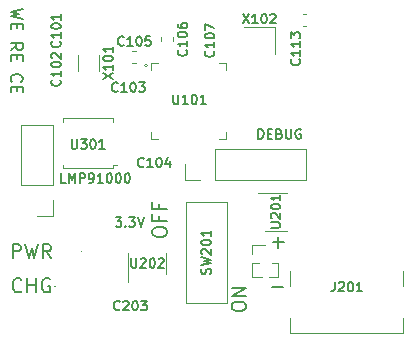
<source format=gto>
G04 #@! TF.GenerationSoftware,KiCad,Pcbnew,(5.1.6)-1*
G04 #@! TF.CreationDate,2021-04-21T10:38:01+02:00*
G04 #@! TF.ProjectId,LactateStat_v1,4c616374-6174-4655-9374-61745f76312e,rev?*
G04 #@! TF.SameCoordinates,Original*
G04 #@! TF.FileFunction,Legend,Top*
G04 #@! TF.FilePolarity,Positive*
%FSLAX46Y46*%
G04 Gerber Fmt 4.6, Leading zero omitted, Abs format (unit mm)*
G04 Created by KiCad (PCBNEW (5.1.6)-1) date 2021-04-21 10:38:01*
%MOMM*%
%LPD*%
G01*
G04 APERTURE LIST*
%ADD10C,0.150000*%
%ADD11C,0.160000*%
%ADD12C,0.180000*%
%ADD13C,0.100000*%
G04 APERTURE END LIST*
D10*
X144385714Y-96861904D02*
X144004761Y-96861904D01*
X144004761Y-96061904D01*
X144652380Y-96861904D02*
X144652380Y-96061904D01*
X144919047Y-96633333D01*
X145185714Y-96061904D01*
X145185714Y-96861904D01*
X145566666Y-96861904D02*
X145566666Y-96061904D01*
X145871428Y-96061904D01*
X145947619Y-96100000D01*
X145985714Y-96138095D01*
X146023809Y-96214285D01*
X146023809Y-96328571D01*
X145985714Y-96404761D01*
X145947619Y-96442857D01*
X145871428Y-96480952D01*
X145566666Y-96480952D01*
X146404761Y-96861904D02*
X146557142Y-96861904D01*
X146633333Y-96823809D01*
X146671428Y-96785714D01*
X146747619Y-96671428D01*
X146785714Y-96519047D01*
X146785714Y-96214285D01*
X146747619Y-96138095D01*
X146709523Y-96100000D01*
X146633333Y-96061904D01*
X146480952Y-96061904D01*
X146404761Y-96100000D01*
X146366666Y-96138095D01*
X146328571Y-96214285D01*
X146328571Y-96404761D01*
X146366666Y-96480952D01*
X146404761Y-96519047D01*
X146480952Y-96557142D01*
X146633333Y-96557142D01*
X146709523Y-96519047D01*
X146747619Y-96480952D01*
X146785714Y-96404761D01*
X147547619Y-96861904D02*
X147090476Y-96861904D01*
X147319047Y-96861904D02*
X147319047Y-96061904D01*
X147242857Y-96176190D01*
X147166666Y-96252380D01*
X147090476Y-96290476D01*
X148042857Y-96061904D02*
X148119047Y-96061904D01*
X148195238Y-96100000D01*
X148233333Y-96138095D01*
X148271428Y-96214285D01*
X148309523Y-96366666D01*
X148309523Y-96557142D01*
X148271428Y-96709523D01*
X148233333Y-96785714D01*
X148195238Y-96823809D01*
X148119047Y-96861904D01*
X148042857Y-96861904D01*
X147966666Y-96823809D01*
X147928571Y-96785714D01*
X147890476Y-96709523D01*
X147852380Y-96557142D01*
X147852380Y-96366666D01*
X147890476Y-96214285D01*
X147928571Y-96138095D01*
X147966666Y-96100000D01*
X148042857Y-96061904D01*
X148804761Y-96061904D02*
X148880952Y-96061904D01*
X148957142Y-96100000D01*
X148995238Y-96138095D01*
X149033333Y-96214285D01*
X149071428Y-96366666D01*
X149071428Y-96557142D01*
X149033333Y-96709523D01*
X148995238Y-96785714D01*
X148957142Y-96823809D01*
X148880952Y-96861904D01*
X148804761Y-96861904D01*
X148728571Y-96823809D01*
X148690476Y-96785714D01*
X148652380Y-96709523D01*
X148614285Y-96557142D01*
X148614285Y-96366666D01*
X148652380Y-96214285D01*
X148690476Y-96138095D01*
X148728571Y-96100000D01*
X148804761Y-96061904D01*
X149566666Y-96061904D02*
X149642857Y-96061904D01*
X149719047Y-96100000D01*
X149757142Y-96138095D01*
X149795238Y-96214285D01*
X149833333Y-96366666D01*
X149833333Y-96557142D01*
X149795238Y-96709523D01*
X149757142Y-96785714D01*
X149719047Y-96823809D01*
X149642857Y-96861904D01*
X149566666Y-96861904D01*
X149490476Y-96823809D01*
X149452380Y-96785714D01*
X149414285Y-96709523D01*
X149376190Y-96557142D01*
X149376190Y-96366666D01*
X149414285Y-96214285D01*
X149452380Y-96138095D01*
X149490476Y-96100000D01*
X149566666Y-96061904D01*
D11*
X140747619Y-82152380D02*
X139747619Y-82390476D01*
X140461904Y-82580952D01*
X139747619Y-82771428D01*
X140747619Y-83009523D01*
X140271428Y-83390476D02*
X140271428Y-83723809D01*
X139747619Y-83866666D02*
X139747619Y-83390476D01*
X140747619Y-83390476D01*
X140747619Y-83866666D01*
X139747619Y-85628571D02*
X140223809Y-85295238D01*
X139747619Y-85057142D02*
X140747619Y-85057142D01*
X140747619Y-85438095D01*
X140700000Y-85533333D01*
X140652380Y-85580952D01*
X140557142Y-85628571D01*
X140414285Y-85628571D01*
X140319047Y-85580952D01*
X140271428Y-85533333D01*
X140223809Y-85438095D01*
X140223809Y-85057142D01*
X140271428Y-86057142D02*
X140271428Y-86390476D01*
X139747619Y-86533333D02*
X139747619Y-86057142D01*
X140747619Y-86057142D01*
X140747619Y-86533333D01*
X139842857Y-88295238D02*
X139795238Y-88247619D01*
X139747619Y-88104761D01*
X139747619Y-88009523D01*
X139795238Y-87866666D01*
X139890476Y-87771428D01*
X139985714Y-87723809D01*
X140176190Y-87676190D01*
X140319047Y-87676190D01*
X140509523Y-87723809D01*
X140604761Y-87771428D01*
X140700000Y-87866666D01*
X140747619Y-88009523D01*
X140747619Y-88104761D01*
X140700000Y-88247619D01*
X140652380Y-88295238D01*
X140271428Y-88723809D02*
X140271428Y-89057142D01*
X139747619Y-89200000D02*
X139747619Y-88723809D01*
X140747619Y-88723809D01*
X140747619Y-89200000D01*
D12*
X140642857Y-106028571D02*
X140585714Y-106085714D01*
X140414285Y-106142857D01*
X140300000Y-106142857D01*
X140128571Y-106085714D01*
X140014285Y-105971428D01*
X139957142Y-105857142D01*
X139900000Y-105628571D01*
X139900000Y-105457142D01*
X139957142Y-105228571D01*
X140014285Y-105114285D01*
X140128571Y-105000000D01*
X140300000Y-104942857D01*
X140414285Y-104942857D01*
X140585714Y-105000000D01*
X140642857Y-105057142D01*
X141157142Y-106142857D02*
X141157142Y-104942857D01*
X141157142Y-105514285D02*
X141842857Y-105514285D01*
X141842857Y-106142857D02*
X141842857Y-104942857D01*
X143042857Y-105000000D02*
X142928571Y-104942857D01*
X142757142Y-104942857D01*
X142585714Y-105000000D01*
X142471428Y-105114285D01*
X142414285Y-105228571D01*
X142357142Y-105457142D01*
X142357142Y-105628571D01*
X142414285Y-105857142D01*
X142471428Y-105971428D01*
X142585714Y-106085714D01*
X142757142Y-106142857D01*
X142871428Y-106142857D01*
X143042857Y-106085714D01*
X143100000Y-106028571D01*
X143100000Y-105628571D01*
X142871428Y-105628571D01*
X139900000Y-103242857D02*
X139900000Y-102042857D01*
X140357142Y-102042857D01*
X140471428Y-102100000D01*
X140528571Y-102157142D01*
X140585714Y-102271428D01*
X140585714Y-102442857D01*
X140528571Y-102557142D01*
X140471428Y-102614285D01*
X140357142Y-102671428D01*
X139900000Y-102671428D01*
X140985714Y-102042857D02*
X141271428Y-103242857D01*
X141500000Y-102385714D01*
X141728571Y-103242857D01*
X142014285Y-102042857D01*
X143157142Y-103242857D02*
X142757142Y-102671428D01*
X142471428Y-103242857D02*
X142471428Y-102042857D01*
X142928571Y-102042857D01*
X143042857Y-102100000D01*
X143100000Y-102157142D01*
X143157142Y-102271428D01*
X143157142Y-102442857D01*
X143100000Y-102557142D01*
X143042857Y-102614285D01*
X142928571Y-102671428D01*
X142471428Y-102671428D01*
D10*
X160709523Y-93111904D02*
X160709523Y-92311904D01*
X160900000Y-92311904D01*
X161014285Y-92350000D01*
X161090476Y-92426190D01*
X161128571Y-92502380D01*
X161166666Y-92654761D01*
X161166666Y-92769047D01*
X161128571Y-92921428D01*
X161090476Y-92997619D01*
X161014285Y-93073809D01*
X160900000Y-93111904D01*
X160709523Y-93111904D01*
X161509523Y-92692857D02*
X161776190Y-92692857D01*
X161890476Y-93111904D02*
X161509523Y-93111904D01*
X161509523Y-92311904D01*
X161890476Y-92311904D01*
X162500000Y-92692857D02*
X162614285Y-92730952D01*
X162652380Y-92769047D01*
X162690476Y-92845238D01*
X162690476Y-92959523D01*
X162652380Y-93035714D01*
X162614285Y-93073809D01*
X162538095Y-93111904D01*
X162233333Y-93111904D01*
X162233333Y-92311904D01*
X162500000Y-92311904D01*
X162576190Y-92350000D01*
X162614285Y-92388095D01*
X162652380Y-92464285D01*
X162652380Y-92540476D01*
X162614285Y-92616666D01*
X162576190Y-92654761D01*
X162500000Y-92692857D01*
X162233333Y-92692857D01*
X163033333Y-92311904D02*
X163033333Y-92959523D01*
X163071428Y-93035714D01*
X163109523Y-93073809D01*
X163185714Y-93111904D01*
X163338095Y-93111904D01*
X163414285Y-93073809D01*
X163452380Y-93035714D01*
X163490476Y-92959523D01*
X163490476Y-92311904D01*
X164290476Y-92350000D02*
X164214285Y-92311904D01*
X164100000Y-92311904D01*
X163985714Y-92350000D01*
X163909523Y-92426190D01*
X163871428Y-92502380D01*
X163833333Y-92654761D01*
X163833333Y-92769047D01*
X163871428Y-92921428D01*
X163909523Y-92997619D01*
X163985714Y-93073809D01*
X164100000Y-93111904D01*
X164176190Y-93111904D01*
X164290476Y-93073809D01*
X164328571Y-93035714D01*
X164328571Y-92769047D01*
X164176190Y-92769047D01*
D12*
X161842857Y-105685714D02*
X162757142Y-105685714D01*
X161942857Y-101885714D02*
X162857142Y-101885714D01*
X162400000Y-102342857D02*
X162400000Y-101428571D01*
X158442857Y-107442857D02*
X158442857Y-107214285D01*
X158500000Y-107100000D01*
X158614285Y-106985714D01*
X158842857Y-106928571D01*
X159242857Y-106928571D01*
X159471428Y-106985714D01*
X159585714Y-107100000D01*
X159642857Y-107214285D01*
X159642857Y-107442857D01*
X159585714Y-107557142D01*
X159471428Y-107671428D01*
X159242857Y-107728571D01*
X158842857Y-107728571D01*
X158614285Y-107671428D01*
X158500000Y-107557142D01*
X158442857Y-107442857D01*
X159642857Y-106414285D02*
X158442857Y-106414285D01*
X159642857Y-105728571D01*
X158442857Y-105728571D01*
X151742857Y-101142857D02*
X151742857Y-100914285D01*
X151800000Y-100800000D01*
X151914285Y-100685714D01*
X152142857Y-100628571D01*
X152542857Y-100628571D01*
X152771428Y-100685714D01*
X152885714Y-100800000D01*
X152942857Y-100914285D01*
X152942857Y-101142857D01*
X152885714Y-101257142D01*
X152771428Y-101371428D01*
X152542857Y-101428571D01*
X152142857Y-101428571D01*
X151914285Y-101371428D01*
X151800000Y-101257142D01*
X151742857Y-101142857D01*
X152314285Y-99714285D02*
X152314285Y-100114285D01*
X152942857Y-100114285D02*
X151742857Y-100114285D01*
X151742857Y-99542857D01*
X152314285Y-98685714D02*
X152314285Y-99085714D01*
X152942857Y-99085714D02*
X151742857Y-99085714D01*
X151742857Y-98514285D01*
D10*
X148619047Y-99761904D02*
X149114285Y-99761904D01*
X148847619Y-100066666D01*
X148961904Y-100066666D01*
X149038095Y-100104761D01*
X149076190Y-100142857D01*
X149114285Y-100219047D01*
X149114285Y-100409523D01*
X149076190Y-100485714D01*
X149038095Y-100523809D01*
X148961904Y-100561904D01*
X148733333Y-100561904D01*
X148657142Y-100523809D01*
X148619047Y-100485714D01*
X149457142Y-100485714D02*
X149495238Y-100523809D01*
X149457142Y-100561904D01*
X149419047Y-100523809D01*
X149457142Y-100485714D01*
X149457142Y-100561904D01*
X149761904Y-99761904D02*
X150257142Y-99761904D01*
X149990476Y-100066666D01*
X150104761Y-100066666D01*
X150180952Y-100104761D01*
X150219047Y-100142857D01*
X150257142Y-100219047D01*
X150257142Y-100409523D01*
X150219047Y-100485714D01*
X150180952Y-100523809D01*
X150104761Y-100561904D01*
X149876190Y-100561904D01*
X149800000Y-100523809D01*
X149761904Y-100485714D01*
X150485714Y-99761904D02*
X150752380Y-100561904D01*
X151019047Y-99761904D01*
D13*
X145725000Y-102700000D02*
G75*
G03*
X145725000Y-102700000I-50000J0D01*
G01*
X143545000Y-105600000D02*
G75*
G03*
X143545000Y-105600000I-50000J0D01*
G01*
X150375279Y-85690000D02*
X150049721Y-85690000D01*
X150375279Y-86710000D02*
X150049721Y-86710000D01*
X152490000Y-84875279D02*
X152490000Y-84549721D01*
X153510000Y-84875279D02*
X153510000Y-84549721D01*
X164775279Y-83610000D02*
X164449721Y-83610000D01*
X164775279Y-82590000D02*
X164449721Y-82590000D01*
X151311001Y-86925000D02*
G75*
G03*
X151311001Y-86925000I-127000J0D01*
G01*
X151584001Y-92525000D02*
X151584001Y-93125000D01*
X151584001Y-93125000D02*
X152184001Y-93125000D01*
X157384001Y-93125000D02*
X157984001Y-93125000D01*
X157984001Y-93125000D02*
X157984001Y-92525000D01*
X157984001Y-87325000D02*
X157984001Y-86725000D01*
X157984001Y-86725000D02*
X157384001Y-86725000D01*
X152184001Y-86725000D02*
X151584001Y-86725000D01*
X151584001Y-86725000D02*
X151584001Y-87325000D01*
X147175000Y-86075000D02*
X147175000Y-87425000D01*
X145425000Y-86075000D02*
X145425000Y-87425000D01*
X162150000Y-83665000D02*
X159450000Y-83665000D01*
X162150000Y-85965000D02*
X162150000Y-83665000D01*
X154470000Y-96630000D02*
X154470000Y-95300000D01*
X155800000Y-96630000D02*
X154470000Y-96630000D01*
X157070000Y-96630000D02*
X157070000Y-93970000D01*
X157070000Y-93970000D02*
X164750000Y-93970000D01*
X157070000Y-96630000D02*
X164750000Y-96630000D01*
X164750000Y-96630000D02*
X164750000Y-93970000D01*
X172990000Y-104350000D02*
X172990000Y-105600000D01*
X163410000Y-104350000D02*
X163410000Y-105600000D01*
X172990000Y-109600000D02*
X172990000Y-108320000D01*
X163410000Y-109600000D02*
X172990000Y-109600000D01*
X163410000Y-108320000D02*
X163410000Y-109600000D01*
X160190000Y-102090000D02*
X161300000Y-102090000D01*
X160190000Y-102850000D02*
X160190000Y-102090000D01*
X161863471Y-103610000D02*
X162410000Y-103610000D01*
X160190000Y-103610000D02*
X160736529Y-103610000D01*
X162410000Y-103610000D02*
X162410000Y-104815000D01*
X160190000Y-103610000D02*
X160190000Y-104815000D01*
X161607530Y-104815000D02*
X162410000Y-104815000D01*
X160190000Y-104815000D02*
X160992470Y-104815000D01*
X143280000Y-99680000D02*
X141950000Y-99680000D01*
X143280000Y-98350000D02*
X143280000Y-99680000D01*
X143280000Y-97080000D02*
X140620000Y-97080000D01*
X140620000Y-97080000D02*
X140620000Y-91940000D01*
X143280000Y-97080000D02*
X143280000Y-91940000D01*
X143280000Y-91940000D02*
X140620000Y-91940000D01*
X154550000Y-98500000D02*
X158050000Y-98500000D01*
X154550000Y-107000000D02*
X154550000Y-98500000D01*
X158050000Y-107000000D02*
X154550000Y-107000000D01*
X158050000Y-98500000D02*
X158050000Y-107000000D01*
X161300000Y-100910000D02*
X163100000Y-100910000D01*
X163100000Y-97690000D02*
X160650000Y-97690000D01*
X149690000Y-102800000D02*
X149690000Y-105250000D01*
X152910000Y-104600000D02*
X152910000Y-102800000D01*
X144175000Y-95625000D02*
X148425000Y-95625000D01*
X144175000Y-95625000D02*
X144175000Y-95325000D01*
X148725000Y-95375000D02*
X148425000Y-95375000D01*
X148425000Y-95625000D02*
X148425000Y-95375000D01*
X144175000Y-91750000D02*
X144175000Y-91375000D01*
X144175000Y-91375000D02*
X148400000Y-91375000D01*
X148425000Y-91375000D02*
X148425000Y-91750000D01*
D10*
X143885714Y-84895238D02*
X143923809Y-84933333D01*
X143961904Y-85047619D01*
X143961904Y-85123809D01*
X143923809Y-85238095D01*
X143847619Y-85314285D01*
X143771428Y-85352380D01*
X143619047Y-85390476D01*
X143504761Y-85390476D01*
X143352380Y-85352380D01*
X143276190Y-85314285D01*
X143200000Y-85238095D01*
X143161904Y-85123809D01*
X143161904Y-85047619D01*
X143200000Y-84933333D01*
X143238095Y-84895238D01*
X143961904Y-84133333D02*
X143961904Y-84590476D01*
X143961904Y-84361904D02*
X143161904Y-84361904D01*
X143276190Y-84438095D01*
X143352380Y-84514285D01*
X143390476Y-84590476D01*
X143161904Y-83638095D02*
X143161904Y-83561904D01*
X143200000Y-83485714D01*
X143238095Y-83447619D01*
X143314285Y-83409523D01*
X143466666Y-83371428D01*
X143657142Y-83371428D01*
X143809523Y-83409523D01*
X143885714Y-83447619D01*
X143923809Y-83485714D01*
X143961904Y-83561904D01*
X143961904Y-83638095D01*
X143923809Y-83714285D01*
X143885714Y-83752380D01*
X143809523Y-83790476D01*
X143657142Y-83828571D01*
X143466666Y-83828571D01*
X143314285Y-83790476D01*
X143238095Y-83752380D01*
X143200000Y-83714285D01*
X143161904Y-83638095D01*
X143961904Y-82609523D02*
X143961904Y-83066666D01*
X143961904Y-82838095D02*
X143161904Y-82838095D01*
X143276190Y-82914285D01*
X143352380Y-82990476D01*
X143390476Y-83066666D01*
X143885714Y-88145238D02*
X143923809Y-88183333D01*
X143961904Y-88297619D01*
X143961904Y-88373809D01*
X143923809Y-88488095D01*
X143847619Y-88564285D01*
X143771428Y-88602380D01*
X143619047Y-88640476D01*
X143504761Y-88640476D01*
X143352380Y-88602380D01*
X143276190Y-88564285D01*
X143200000Y-88488095D01*
X143161904Y-88373809D01*
X143161904Y-88297619D01*
X143200000Y-88183333D01*
X143238095Y-88145238D01*
X143961904Y-87383333D02*
X143961904Y-87840476D01*
X143961904Y-87611904D02*
X143161904Y-87611904D01*
X143276190Y-87688095D01*
X143352380Y-87764285D01*
X143390476Y-87840476D01*
X143161904Y-86888095D02*
X143161904Y-86811904D01*
X143200000Y-86735714D01*
X143238095Y-86697619D01*
X143314285Y-86659523D01*
X143466666Y-86621428D01*
X143657142Y-86621428D01*
X143809523Y-86659523D01*
X143885714Y-86697619D01*
X143923809Y-86735714D01*
X143961904Y-86811904D01*
X143961904Y-86888095D01*
X143923809Y-86964285D01*
X143885714Y-87002380D01*
X143809523Y-87040476D01*
X143657142Y-87078571D01*
X143466666Y-87078571D01*
X143314285Y-87040476D01*
X143238095Y-87002380D01*
X143200000Y-86964285D01*
X143161904Y-86888095D01*
X143238095Y-86316666D02*
X143200000Y-86278571D01*
X143161904Y-86202380D01*
X143161904Y-86011904D01*
X143200000Y-85935714D01*
X143238095Y-85897619D01*
X143314285Y-85859523D01*
X143390476Y-85859523D01*
X143504761Y-85897619D01*
X143961904Y-86354761D01*
X143961904Y-85859523D01*
X148804761Y-89085714D02*
X148766666Y-89123809D01*
X148652380Y-89161904D01*
X148576190Y-89161904D01*
X148461904Y-89123809D01*
X148385714Y-89047619D01*
X148347619Y-88971428D01*
X148309523Y-88819047D01*
X148309523Y-88704761D01*
X148347619Y-88552380D01*
X148385714Y-88476190D01*
X148461904Y-88400000D01*
X148576190Y-88361904D01*
X148652380Y-88361904D01*
X148766666Y-88400000D01*
X148804761Y-88438095D01*
X149566666Y-89161904D02*
X149109523Y-89161904D01*
X149338095Y-89161904D02*
X149338095Y-88361904D01*
X149261904Y-88476190D01*
X149185714Y-88552380D01*
X149109523Y-88590476D01*
X150061904Y-88361904D02*
X150138095Y-88361904D01*
X150214285Y-88400000D01*
X150252380Y-88438095D01*
X150290476Y-88514285D01*
X150328571Y-88666666D01*
X150328571Y-88857142D01*
X150290476Y-89009523D01*
X150252380Y-89085714D01*
X150214285Y-89123809D01*
X150138095Y-89161904D01*
X150061904Y-89161904D01*
X149985714Y-89123809D01*
X149947619Y-89085714D01*
X149909523Y-89009523D01*
X149871428Y-88857142D01*
X149871428Y-88666666D01*
X149909523Y-88514285D01*
X149947619Y-88438095D01*
X149985714Y-88400000D01*
X150061904Y-88361904D01*
X150595238Y-88361904D02*
X151090476Y-88361904D01*
X150823809Y-88666666D01*
X150938095Y-88666666D01*
X151014285Y-88704761D01*
X151052380Y-88742857D01*
X151090476Y-88819047D01*
X151090476Y-89009523D01*
X151052380Y-89085714D01*
X151014285Y-89123809D01*
X150938095Y-89161904D01*
X150709523Y-89161904D01*
X150633333Y-89123809D01*
X150595238Y-89085714D01*
X151004761Y-95455714D02*
X150966666Y-95493809D01*
X150852380Y-95531904D01*
X150776190Y-95531904D01*
X150661904Y-95493809D01*
X150585714Y-95417619D01*
X150547619Y-95341428D01*
X150509523Y-95189047D01*
X150509523Y-95074761D01*
X150547619Y-94922380D01*
X150585714Y-94846190D01*
X150661904Y-94770000D01*
X150776190Y-94731904D01*
X150852380Y-94731904D01*
X150966666Y-94770000D01*
X151004761Y-94808095D01*
X151766666Y-95531904D02*
X151309523Y-95531904D01*
X151538095Y-95531904D02*
X151538095Y-94731904D01*
X151461904Y-94846190D01*
X151385714Y-94922380D01*
X151309523Y-94960476D01*
X152261904Y-94731904D02*
X152338095Y-94731904D01*
X152414285Y-94770000D01*
X152452380Y-94808095D01*
X152490476Y-94884285D01*
X152528571Y-95036666D01*
X152528571Y-95227142D01*
X152490476Y-95379523D01*
X152452380Y-95455714D01*
X152414285Y-95493809D01*
X152338095Y-95531904D01*
X152261904Y-95531904D01*
X152185714Y-95493809D01*
X152147619Y-95455714D01*
X152109523Y-95379523D01*
X152071428Y-95227142D01*
X152071428Y-95036666D01*
X152109523Y-94884285D01*
X152147619Y-94808095D01*
X152185714Y-94770000D01*
X152261904Y-94731904D01*
X153214285Y-94998571D02*
X153214285Y-95531904D01*
X153023809Y-94693809D02*
X152833333Y-95265238D01*
X153328571Y-95265238D01*
X149317261Y-85185714D02*
X149279166Y-85223809D01*
X149164880Y-85261904D01*
X149088690Y-85261904D01*
X148974404Y-85223809D01*
X148898214Y-85147619D01*
X148860119Y-85071428D01*
X148822023Y-84919047D01*
X148822023Y-84804761D01*
X148860119Y-84652380D01*
X148898214Y-84576190D01*
X148974404Y-84500000D01*
X149088690Y-84461904D01*
X149164880Y-84461904D01*
X149279166Y-84500000D01*
X149317261Y-84538095D01*
X150079166Y-85261904D02*
X149622023Y-85261904D01*
X149850595Y-85261904D02*
X149850595Y-84461904D01*
X149774404Y-84576190D01*
X149698214Y-84652380D01*
X149622023Y-84690476D01*
X150574404Y-84461904D02*
X150650595Y-84461904D01*
X150726785Y-84500000D01*
X150764880Y-84538095D01*
X150802976Y-84614285D01*
X150841071Y-84766666D01*
X150841071Y-84957142D01*
X150802976Y-85109523D01*
X150764880Y-85185714D01*
X150726785Y-85223809D01*
X150650595Y-85261904D01*
X150574404Y-85261904D01*
X150498214Y-85223809D01*
X150460119Y-85185714D01*
X150422023Y-85109523D01*
X150383928Y-84957142D01*
X150383928Y-84766666D01*
X150422023Y-84614285D01*
X150460119Y-84538095D01*
X150498214Y-84500000D01*
X150574404Y-84461904D01*
X151564880Y-84461904D02*
X151183928Y-84461904D01*
X151145833Y-84842857D01*
X151183928Y-84804761D01*
X151260119Y-84766666D01*
X151450595Y-84766666D01*
X151526785Y-84804761D01*
X151564880Y-84842857D01*
X151602976Y-84919047D01*
X151602976Y-85109523D01*
X151564880Y-85185714D01*
X151526785Y-85223809D01*
X151450595Y-85261904D01*
X151260119Y-85261904D01*
X151183928Y-85223809D01*
X151145833Y-85185714D01*
X154585714Y-85607738D02*
X154623809Y-85645833D01*
X154661904Y-85760119D01*
X154661904Y-85836309D01*
X154623809Y-85950595D01*
X154547619Y-86026785D01*
X154471428Y-86064880D01*
X154319047Y-86102976D01*
X154204761Y-86102976D01*
X154052380Y-86064880D01*
X153976190Y-86026785D01*
X153900000Y-85950595D01*
X153861904Y-85836309D01*
X153861904Y-85760119D01*
X153900000Y-85645833D01*
X153938095Y-85607738D01*
X154661904Y-84845833D02*
X154661904Y-85302976D01*
X154661904Y-85074404D02*
X153861904Y-85074404D01*
X153976190Y-85150595D01*
X154052380Y-85226785D01*
X154090476Y-85302976D01*
X153861904Y-84350595D02*
X153861904Y-84274404D01*
X153900000Y-84198214D01*
X153938095Y-84160119D01*
X154014285Y-84122023D01*
X154166666Y-84083928D01*
X154357142Y-84083928D01*
X154509523Y-84122023D01*
X154585714Y-84160119D01*
X154623809Y-84198214D01*
X154661904Y-84274404D01*
X154661904Y-84350595D01*
X154623809Y-84426785D01*
X154585714Y-84464880D01*
X154509523Y-84502976D01*
X154357142Y-84541071D01*
X154166666Y-84541071D01*
X154014285Y-84502976D01*
X153938095Y-84464880D01*
X153900000Y-84426785D01*
X153861904Y-84350595D01*
X153861904Y-83398214D02*
X153861904Y-83550595D01*
X153900000Y-83626785D01*
X153938095Y-83664880D01*
X154052380Y-83741071D01*
X154204761Y-83779166D01*
X154509523Y-83779166D01*
X154585714Y-83741071D01*
X154623809Y-83702976D01*
X154661904Y-83626785D01*
X154661904Y-83474404D01*
X154623809Y-83398214D01*
X154585714Y-83360119D01*
X154509523Y-83322023D01*
X154319047Y-83322023D01*
X154242857Y-83360119D01*
X154204761Y-83398214D01*
X154166666Y-83474404D01*
X154166666Y-83626785D01*
X154204761Y-83702976D01*
X154242857Y-83741071D01*
X154319047Y-83779166D01*
X156915714Y-85710238D02*
X156953809Y-85748333D01*
X156991904Y-85862619D01*
X156991904Y-85938809D01*
X156953809Y-86053095D01*
X156877619Y-86129285D01*
X156801428Y-86167380D01*
X156649047Y-86205476D01*
X156534761Y-86205476D01*
X156382380Y-86167380D01*
X156306190Y-86129285D01*
X156230000Y-86053095D01*
X156191904Y-85938809D01*
X156191904Y-85862619D01*
X156230000Y-85748333D01*
X156268095Y-85710238D01*
X156991904Y-84948333D02*
X156991904Y-85405476D01*
X156991904Y-85176904D02*
X156191904Y-85176904D01*
X156306190Y-85253095D01*
X156382380Y-85329285D01*
X156420476Y-85405476D01*
X156191904Y-84453095D02*
X156191904Y-84376904D01*
X156230000Y-84300714D01*
X156268095Y-84262619D01*
X156344285Y-84224523D01*
X156496666Y-84186428D01*
X156687142Y-84186428D01*
X156839523Y-84224523D01*
X156915714Y-84262619D01*
X156953809Y-84300714D01*
X156991904Y-84376904D01*
X156991904Y-84453095D01*
X156953809Y-84529285D01*
X156915714Y-84567380D01*
X156839523Y-84605476D01*
X156687142Y-84643571D01*
X156496666Y-84643571D01*
X156344285Y-84605476D01*
X156268095Y-84567380D01*
X156230000Y-84529285D01*
X156191904Y-84453095D01*
X156191904Y-83919761D02*
X156191904Y-83386428D01*
X156991904Y-83729285D01*
X164185714Y-86395238D02*
X164223809Y-86433333D01*
X164261904Y-86547619D01*
X164261904Y-86623809D01*
X164223809Y-86738095D01*
X164147619Y-86814285D01*
X164071428Y-86852380D01*
X163919047Y-86890476D01*
X163804761Y-86890476D01*
X163652380Y-86852380D01*
X163576190Y-86814285D01*
X163500000Y-86738095D01*
X163461904Y-86623809D01*
X163461904Y-86547619D01*
X163500000Y-86433333D01*
X163538095Y-86395238D01*
X164261904Y-85633333D02*
X164261904Y-86090476D01*
X164261904Y-85861904D02*
X163461904Y-85861904D01*
X163576190Y-85938095D01*
X163652380Y-86014285D01*
X163690476Y-86090476D01*
X164261904Y-84871428D02*
X164261904Y-85328571D01*
X164261904Y-85100000D02*
X163461904Y-85100000D01*
X163576190Y-85176190D01*
X163652380Y-85252380D01*
X163690476Y-85328571D01*
X163461904Y-84604761D02*
X163461904Y-84109523D01*
X163766666Y-84376190D01*
X163766666Y-84261904D01*
X163804761Y-84185714D01*
X163842857Y-84147619D01*
X163919047Y-84109523D01*
X164109523Y-84109523D01*
X164185714Y-84147619D01*
X164223809Y-84185714D01*
X164261904Y-84261904D01*
X164261904Y-84490476D01*
X164223809Y-84566666D01*
X164185714Y-84604761D01*
X153487976Y-89386904D02*
X153487976Y-90034523D01*
X153526071Y-90110714D01*
X153564166Y-90148809D01*
X153640357Y-90186904D01*
X153792738Y-90186904D01*
X153868928Y-90148809D01*
X153907023Y-90110714D01*
X153945119Y-90034523D01*
X153945119Y-89386904D01*
X154745119Y-90186904D02*
X154287976Y-90186904D01*
X154516547Y-90186904D02*
X154516547Y-89386904D01*
X154440357Y-89501190D01*
X154364166Y-89577380D01*
X154287976Y-89615476D01*
X155240357Y-89386904D02*
X155316547Y-89386904D01*
X155392738Y-89425000D01*
X155430833Y-89463095D01*
X155468928Y-89539285D01*
X155507023Y-89691666D01*
X155507023Y-89882142D01*
X155468928Y-90034523D01*
X155430833Y-90110714D01*
X155392738Y-90148809D01*
X155316547Y-90186904D01*
X155240357Y-90186904D01*
X155164166Y-90148809D01*
X155126071Y-90110714D01*
X155087976Y-90034523D01*
X155049880Y-89882142D01*
X155049880Y-89691666D01*
X155087976Y-89539285D01*
X155126071Y-89463095D01*
X155164166Y-89425000D01*
X155240357Y-89386904D01*
X156268928Y-90186904D02*
X155811785Y-90186904D01*
X156040357Y-90186904D02*
X156040357Y-89386904D01*
X155964166Y-89501190D01*
X155887976Y-89577380D01*
X155811785Y-89615476D01*
X147561904Y-88109523D02*
X148361904Y-87576190D01*
X147561904Y-87576190D02*
X148361904Y-88109523D01*
X148361904Y-86852380D02*
X148361904Y-87309523D01*
X148361904Y-87080952D02*
X147561904Y-87080952D01*
X147676190Y-87157142D01*
X147752380Y-87233333D01*
X147790476Y-87309523D01*
X147561904Y-86357142D02*
X147561904Y-86280952D01*
X147600000Y-86204761D01*
X147638095Y-86166666D01*
X147714285Y-86128571D01*
X147866666Y-86090476D01*
X148057142Y-86090476D01*
X148209523Y-86128571D01*
X148285714Y-86166666D01*
X148323809Y-86204761D01*
X148361904Y-86280952D01*
X148361904Y-86357142D01*
X148323809Y-86433333D01*
X148285714Y-86471428D01*
X148209523Y-86509523D01*
X148057142Y-86547619D01*
X147866666Y-86547619D01*
X147714285Y-86509523D01*
X147638095Y-86471428D01*
X147600000Y-86433333D01*
X147561904Y-86357142D01*
X148361904Y-85328571D02*
X148361904Y-85785714D01*
X148361904Y-85557142D02*
X147561904Y-85557142D01*
X147676190Y-85633333D01*
X147752380Y-85709523D01*
X147790476Y-85785714D01*
X159390476Y-82561904D02*
X159923809Y-83361904D01*
X159923809Y-82561904D02*
X159390476Y-83361904D01*
X160647619Y-83361904D02*
X160190476Y-83361904D01*
X160419047Y-83361904D02*
X160419047Y-82561904D01*
X160342857Y-82676190D01*
X160266666Y-82752380D01*
X160190476Y-82790476D01*
X161142857Y-82561904D02*
X161219047Y-82561904D01*
X161295238Y-82600000D01*
X161333333Y-82638095D01*
X161371428Y-82714285D01*
X161409523Y-82866666D01*
X161409523Y-83057142D01*
X161371428Y-83209523D01*
X161333333Y-83285714D01*
X161295238Y-83323809D01*
X161219047Y-83361904D01*
X161142857Y-83361904D01*
X161066666Y-83323809D01*
X161028571Y-83285714D01*
X160990476Y-83209523D01*
X160952380Y-83057142D01*
X160952380Y-82866666D01*
X160990476Y-82714285D01*
X161028571Y-82638095D01*
X161066666Y-82600000D01*
X161142857Y-82561904D01*
X161714285Y-82638095D02*
X161752380Y-82600000D01*
X161828571Y-82561904D01*
X162019047Y-82561904D01*
X162095238Y-82600000D01*
X162133333Y-82638095D01*
X162171428Y-82714285D01*
X162171428Y-82790476D01*
X162133333Y-82904761D01*
X161676190Y-83361904D01*
X162171428Y-83361904D01*
X148954761Y-107585714D02*
X148916666Y-107623809D01*
X148802380Y-107661904D01*
X148726190Y-107661904D01*
X148611904Y-107623809D01*
X148535714Y-107547619D01*
X148497619Y-107471428D01*
X148459523Y-107319047D01*
X148459523Y-107204761D01*
X148497619Y-107052380D01*
X148535714Y-106976190D01*
X148611904Y-106900000D01*
X148726190Y-106861904D01*
X148802380Y-106861904D01*
X148916666Y-106900000D01*
X148954761Y-106938095D01*
X149259523Y-106938095D02*
X149297619Y-106900000D01*
X149373809Y-106861904D01*
X149564285Y-106861904D01*
X149640476Y-106900000D01*
X149678571Y-106938095D01*
X149716666Y-107014285D01*
X149716666Y-107090476D01*
X149678571Y-107204761D01*
X149221428Y-107661904D01*
X149716666Y-107661904D01*
X150211904Y-106861904D02*
X150288095Y-106861904D01*
X150364285Y-106900000D01*
X150402380Y-106938095D01*
X150440476Y-107014285D01*
X150478571Y-107166666D01*
X150478571Y-107357142D01*
X150440476Y-107509523D01*
X150402380Y-107585714D01*
X150364285Y-107623809D01*
X150288095Y-107661904D01*
X150211904Y-107661904D01*
X150135714Y-107623809D01*
X150097619Y-107585714D01*
X150059523Y-107509523D01*
X150021428Y-107357142D01*
X150021428Y-107166666D01*
X150059523Y-107014285D01*
X150097619Y-106938095D01*
X150135714Y-106900000D01*
X150211904Y-106861904D01*
X150745238Y-106861904D02*
X151240476Y-106861904D01*
X150973809Y-107166666D01*
X151088095Y-107166666D01*
X151164285Y-107204761D01*
X151202380Y-107242857D01*
X151240476Y-107319047D01*
X151240476Y-107509523D01*
X151202380Y-107585714D01*
X151164285Y-107623809D01*
X151088095Y-107661904D01*
X150859523Y-107661904D01*
X150783333Y-107623809D01*
X150745238Y-107585714D01*
X167171428Y-105261904D02*
X167171428Y-105833333D01*
X167133333Y-105947619D01*
X167057142Y-106023809D01*
X166942857Y-106061904D01*
X166866666Y-106061904D01*
X167514285Y-105338095D02*
X167552380Y-105300000D01*
X167628571Y-105261904D01*
X167819047Y-105261904D01*
X167895238Y-105300000D01*
X167933333Y-105338095D01*
X167971428Y-105414285D01*
X167971428Y-105490476D01*
X167933333Y-105604761D01*
X167476190Y-106061904D01*
X167971428Y-106061904D01*
X168466666Y-105261904D02*
X168542857Y-105261904D01*
X168619047Y-105300000D01*
X168657142Y-105338095D01*
X168695238Y-105414285D01*
X168733333Y-105566666D01*
X168733333Y-105757142D01*
X168695238Y-105909523D01*
X168657142Y-105985714D01*
X168619047Y-106023809D01*
X168542857Y-106061904D01*
X168466666Y-106061904D01*
X168390476Y-106023809D01*
X168352380Y-105985714D01*
X168314285Y-105909523D01*
X168276190Y-105757142D01*
X168276190Y-105566666D01*
X168314285Y-105414285D01*
X168352380Y-105338095D01*
X168390476Y-105300000D01*
X168466666Y-105261904D01*
X169495238Y-106061904D02*
X169038095Y-106061904D01*
X169266666Y-106061904D02*
X169266666Y-105261904D01*
X169190476Y-105376190D01*
X169114285Y-105452380D01*
X169038095Y-105490476D01*
X156623809Y-104578571D02*
X156661904Y-104464285D01*
X156661904Y-104273809D01*
X156623809Y-104197619D01*
X156585714Y-104159523D01*
X156509523Y-104121428D01*
X156433333Y-104121428D01*
X156357142Y-104159523D01*
X156319047Y-104197619D01*
X156280952Y-104273809D01*
X156242857Y-104426190D01*
X156204761Y-104502380D01*
X156166666Y-104540476D01*
X156090476Y-104578571D01*
X156014285Y-104578571D01*
X155938095Y-104540476D01*
X155900000Y-104502380D01*
X155861904Y-104426190D01*
X155861904Y-104235714D01*
X155900000Y-104121428D01*
X155861904Y-103854761D02*
X156661904Y-103664285D01*
X156090476Y-103511904D01*
X156661904Y-103359523D01*
X155861904Y-103169047D01*
X155938095Y-102902380D02*
X155900000Y-102864285D01*
X155861904Y-102788095D01*
X155861904Y-102597619D01*
X155900000Y-102521428D01*
X155938095Y-102483333D01*
X156014285Y-102445238D01*
X156090476Y-102445238D01*
X156204761Y-102483333D01*
X156661904Y-102940476D01*
X156661904Y-102445238D01*
X155861904Y-101950000D02*
X155861904Y-101873809D01*
X155900000Y-101797619D01*
X155938095Y-101759523D01*
X156014285Y-101721428D01*
X156166666Y-101683333D01*
X156357142Y-101683333D01*
X156509523Y-101721428D01*
X156585714Y-101759523D01*
X156623809Y-101797619D01*
X156661904Y-101873809D01*
X156661904Y-101950000D01*
X156623809Y-102026190D01*
X156585714Y-102064285D01*
X156509523Y-102102380D01*
X156357142Y-102140476D01*
X156166666Y-102140476D01*
X156014285Y-102102380D01*
X155938095Y-102064285D01*
X155900000Y-102026190D01*
X155861904Y-101950000D01*
X156661904Y-100921428D02*
X156661904Y-101378571D01*
X156661904Y-101150000D02*
X155861904Y-101150000D01*
X155976190Y-101226190D01*
X156052380Y-101302380D01*
X156090476Y-101378571D01*
X161761904Y-100671428D02*
X162409523Y-100671428D01*
X162485714Y-100633333D01*
X162523809Y-100595238D01*
X162561904Y-100519047D01*
X162561904Y-100366666D01*
X162523809Y-100290476D01*
X162485714Y-100252380D01*
X162409523Y-100214285D01*
X161761904Y-100214285D01*
X161838095Y-99871428D02*
X161800000Y-99833333D01*
X161761904Y-99757142D01*
X161761904Y-99566666D01*
X161800000Y-99490476D01*
X161838095Y-99452380D01*
X161914285Y-99414285D01*
X161990476Y-99414285D01*
X162104761Y-99452380D01*
X162561904Y-99909523D01*
X162561904Y-99414285D01*
X161761904Y-98919047D02*
X161761904Y-98842857D01*
X161800000Y-98766666D01*
X161838095Y-98728571D01*
X161914285Y-98690476D01*
X162066666Y-98652380D01*
X162257142Y-98652380D01*
X162409523Y-98690476D01*
X162485714Y-98728571D01*
X162523809Y-98766666D01*
X162561904Y-98842857D01*
X162561904Y-98919047D01*
X162523809Y-98995238D01*
X162485714Y-99033333D01*
X162409523Y-99071428D01*
X162257142Y-99109523D01*
X162066666Y-99109523D01*
X161914285Y-99071428D01*
X161838095Y-99033333D01*
X161800000Y-98995238D01*
X161761904Y-98919047D01*
X162561904Y-97890476D02*
X162561904Y-98347619D01*
X162561904Y-98119047D02*
X161761904Y-98119047D01*
X161876190Y-98195238D01*
X161952380Y-98271428D01*
X161990476Y-98347619D01*
X149928571Y-103261904D02*
X149928571Y-103909523D01*
X149966666Y-103985714D01*
X150004761Y-104023809D01*
X150080952Y-104061904D01*
X150233333Y-104061904D01*
X150309523Y-104023809D01*
X150347619Y-103985714D01*
X150385714Y-103909523D01*
X150385714Y-103261904D01*
X150728571Y-103338095D02*
X150766666Y-103300000D01*
X150842857Y-103261904D01*
X151033333Y-103261904D01*
X151109523Y-103300000D01*
X151147619Y-103338095D01*
X151185714Y-103414285D01*
X151185714Y-103490476D01*
X151147619Y-103604761D01*
X150690476Y-104061904D01*
X151185714Y-104061904D01*
X151680952Y-103261904D02*
X151757142Y-103261904D01*
X151833333Y-103300000D01*
X151871428Y-103338095D01*
X151909523Y-103414285D01*
X151947619Y-103566666D01*
X151947619Y-103757142D01*
X151909523Y-103909523D01*
X151871428Y-103985714D01*
X151833333Y-104023809D01*
X151757142Y-104061904D01*
X151680952Y-104061904D01*
X151604761Y-104023809D01*
X151566666Y-103985714D01*
X151528571Y-103909523D01*
X151490476Y-103757142D01*
X151490476Y-103566666D01*
X151528571Y-103414285D01*
X151566666Y-103338095D01*
X151604761Y-103300000D01*
X151680952Y-103261904D01*
X152252380Y-103338095D02*
X152290476Y-103300000D01*
X152366666Y-103261904D01*
X152557142Y-103261904D01*
X152633333Y-103300000D01*
X152671428Y-103338095D01*
X152709523Y-103414285D01*
X152709523Y-103490476D01*
X152671428Y-103604761D01*
X152214285Y-104061904D01*
X152709523Y-104061904D01*
X144901208Y-93161904D02*
X144901208Y-93809523D01*
X144939303Y-93885714D01*
X144977398Y-93923809D01*
X145053589Y-93961904D01*
X145205970Y-93961904D01*
X145282160Y-93923809D01*
X145320256Y-93885714D01*
X145358351Y-93809523D01*
X145358351Y-93161904D01*
X145663113Y-93161904D02*
X146158351Y-93161904D01*
X145891684Y-93466666D01*
X146005970Y-93466666D01*
X146082160Y-93504761D01*
X146120256Y-93542857D01*
X146158351Y-93619047D01*
X146158351Y-93809523D01*
X146120256Y-93885714D01*
X146082160Y-93923809D01*
X146005970Y-93961904D01*
X145777398Y-93961904D01*
X145701208Y-93923809D01*
X145663113Y-93885714D01*
X146653589Y-93161904D02*
X146729779Y-93161904D01*
X146805970Y-93200000D01*
X146844065Y-93238095D01*
X146882160Y-93314285D01*
X146920256Y-93466666D01*
X146920256Y-93657142D01*
X146882160Y-93809523D01*
X146844065Y-93885714D01*
X146805970Y-93923809D01*
X146729779Y-93961904D01*
X146653589Y-93961904D01*
X146577398Y-93923809D01*
X146539303Y-93885714D01*
X146501208Y-93809523D01*
X146463113Y-93657142D01*
X146463113Y-93466666D01*
X146501208Y-93314285D01*
X146539303Y-93238095D01*
X146577398Y-93200000D01*
X146653589Y-93161904D01*
X147682160Y-93961904D02*
X147225017Y-93961904D01*
X147453589Y-93961904D02*
X147453589Y-93161904D01*
X147377398Y-93276190D01*
X147301208Y-93352380D01*
X147225017Y-93390476D01*
M02*

</source>
